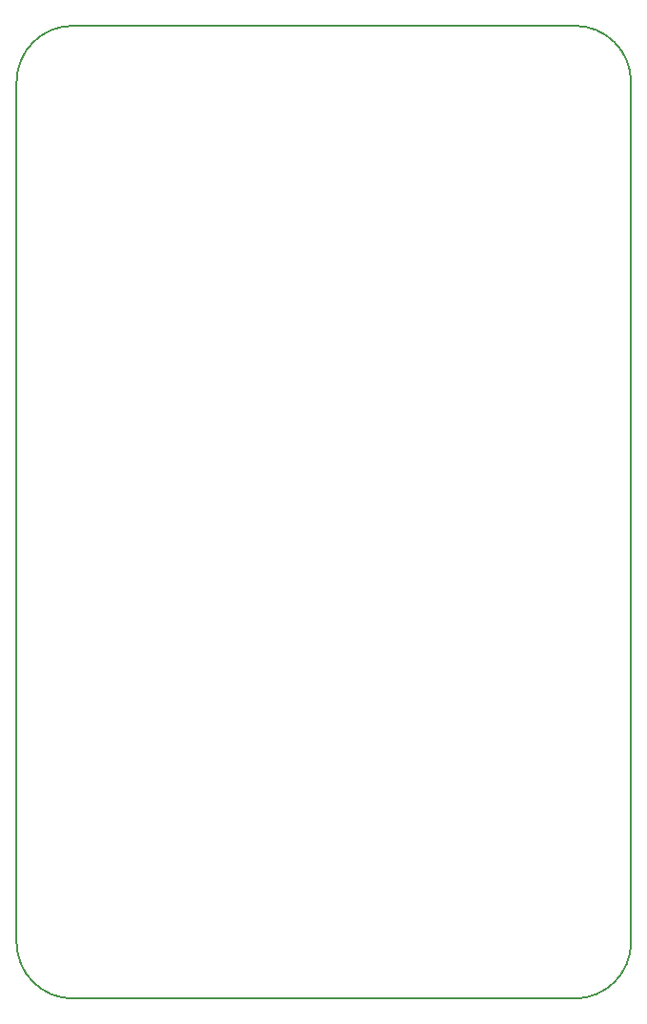
<source format=gbr>
%TF.GenerationSoftware,KiCad,Pcbnew,8.0.8*%
%TF.CreationDate,2025-03-18T13:34:47+03:00*%
%TF.ProjectId,s0-base-board,73302d62-6173-4652-9d62-6f6172642e6b,rev?*%
%TF.SameCoordinates,Original*%
%TF.FileFunction,Profile,NP*%
%FSLAX46Y46*%
G04 Gerber Fmt 4.6, Leading zero omitted, Abs format (unit mm)*
G04 Created by KiCad (PCBNEW 8.0.8) date 2025-03-18 13:34:47*
%MOMM*%
%LPD*%
G01*
G04 APERTURE LIST*
%TA.AperFunction,Profile*%
%ADD10C,0.200000*%
%TD*%
G04 APERTURE END LIST*
D10*
X208100000Y-42820000D02*
G75*
G02*
X213100000Y-47820000I0J-5000000D01*
G01*
X208100000Y-129200000D02*
X163500000Y-129200000D01*
X213100000Y-124200000D02*
G75*
G02*
X208100000Y-129200000I-5000000J0D01*
G01*
X163500000Y-129200000D02*
G75*
G02*
X158500000Y-124200000I0J5000000D01*
G01*
X213100000Y-47820000D02*
X213100000Y-124200000D01*
X158500000Y-124200000D02*
X158500000Y-47820000D01*
X158500000Y-47820000D02*
G75*
G02*
X163500000Y-42820000I5000000J0D01*
G01*
X163500000Y-42820000D02*
X208100000Y-42820000D01*
M02*

</source>
